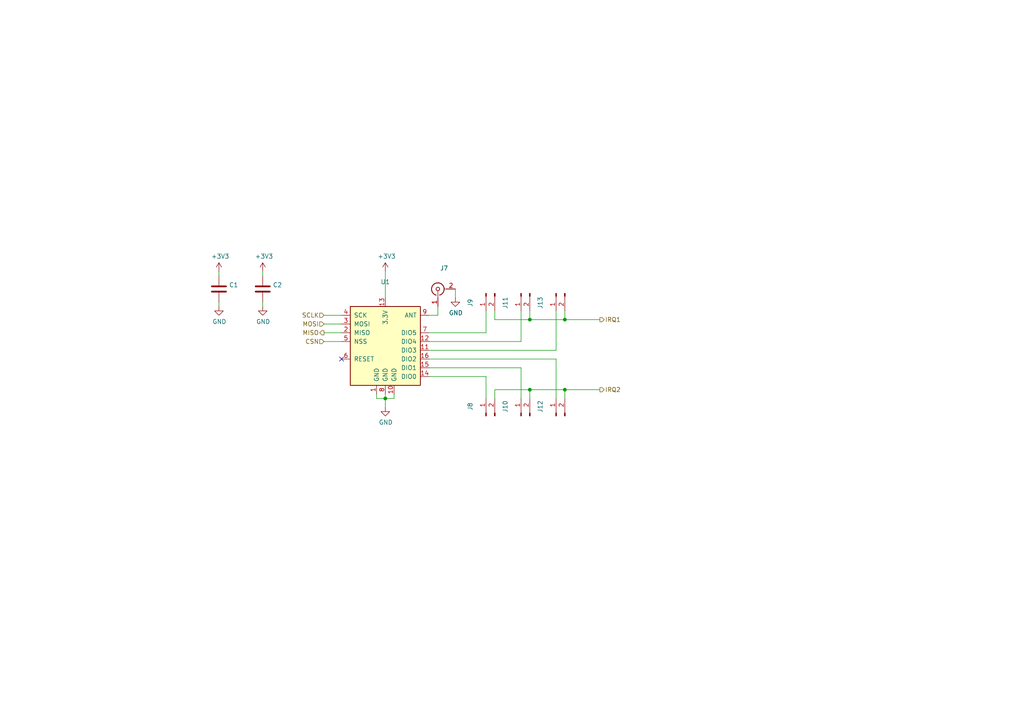
<source format=kicad_sch>
(kicad_sch (version 20211123) (generator eeschema)
  (paper "A4")
  (lib_symbols
    (symbol "Connector:Conn_01x02_Male" (pin_names (offset 1.016) hide)
      (property "Reference" "J" (at 0 2.54 0))
      (property "Value" "Conn_01x02_Male" (at 0 -5.08 0))
      (symbol "Conn_01x02_Male_1_1"
        (polyline (pts (xy 1.27 -2.54) (xy 0.8636 -2.54)) (stroke (width 0.1524)))
        (polyline (pts (xy 1.27 0) (xy 0.8636 0)) (stroke (width 0.1524)))
        (rectangle (start 0.8636 -2.413) (end 0 -2.667) (stroke (width 0.1524)) (fill (type outline)))
        (rectangle (start 0.8636 0.127) (end 0 -0.127) (stroke (width 0.1524)) (fill (type outline)))
        (pin passive line (at 5.08 0 180) (length 3.81) (name "Pin_1") (number "1"))
        (pin passive line (at 5.08 -2.54 180) (length 3.81) (name "Pin_2") (number "2"))
      )
    )
    (symbol "Connector:Conn_Coaxial" (pin_names (offset 1.016) hide)
      (property "Reference" "J" (at 0.254 3.048 0))
      (property "Value" "Conn_Coaxial" (at 2.921 0 90))
      (symbol "Conn_Coaxial_0_1"
        (arc (start -1.778 -0.508) (mid 0.2311 -1.8066) (end 1.778 0) (stroke (width 0.254)))
        (polyline (pts (xy -2.54 0) (xy -0.508 0)))
        (polyline (pts (xy 0 -2.54) (xy 0 -1.778)))
        (circle (center 0 0) (radius 0.508) (stroke (width 0.2032)))
        (arc (start 1.778 0) (mid 0.2099 1.8101) (end -1.778 0.508) (stroke (width 0.254)))
      )
      (symbol "Conn_Coaxial_1_1"
        (pin passive line (at -5.08 0 0) (length 2.54) (name "In") (number "1"))
        (pin passive line (at 0 -5.08 90) (length 2.54) (name "Ext") (number "2"))
      )
    )
    (symbol "Device:C" (pin_numbers hide) (pin_names (offset 0.254))
      (property "Reference" "C" (at 0.635 2.54 0))
      (property "Value" "C" (at 0.635 -2.54 0))
      (symbol "C_0_1"
        (polyline (pts (xy -2.032 -0.762) (xy 2.032 -0.762)) (stroke (width 0.508)))
        (polyline (pts (xy -2.032 0.762) (xy 2.032 0.762)) (stroke (width 0.508)))
      )
      (symbol "C_1_1"
        (pin passive line (at 0 3.81 270) (length 2.794) (name "~") (number "1"))
        (pin passive line (at 0 -3.81 90) (length 2.794) (name "~") (number "2"))
      )
    )
    (symbol "RF_Module:RFM95W-868S2" (pin_names (offset 1.016))
      (property "Reference" "U" (at -10.414 11.684 0))
      (property "Value" "RFM95W-868S2" (at 1.524 11.43 0))
      (symbol "RFM95W-868S2_0_1"
        (rectangle (start -10.16 10.16) (end 10.16 -12.7) (stroke (width 0.254)) (fill (type background)))
      )
      (symbol "RFM95W-868S2_1_1"
        (pin power_in line (at -2.54 -15.24 90) (length 2.54) (name "GND") (number "1"))
        (pin power_in line (at 2.54 -15.24 90) (length 2.54) (name "GND") (number "10"))
        (pin bidirectional line (at 12.7 -2.54 180) (length 2.54) (name "DIO3") (number "11"))
        (pin bidirectional line (at 12.7 0 180) (length 2.54) (name "DIO4") (number "12"))
        (pin power_in line (at 0 12.7 270) (length 2.54) (name "3.3V") (number "13"))
        (pin bidirectional line (at 12.7 -10.16 180) (length 2.54) (name "DIO0") (number "14"))
        (pin bidirectional line (at 12.7 -7.62 180) (length 2.54) (name "DIO1") (number "15"))
        (pin bidirectional line (at 12.7 -5.08 180) (length 2.54) (name "DIO2") (number "16"))
        (pin output line (at -12.7 2.54 0) (length 2.54) (name "MISO") (number "2"))
        (pin input line (at -12.7 5.08 0) (length 2.54) (name "MOSI") (number "3"))
        (pin input line (at -12.7 7.62 0) (length 2.54) (name "SCK") (number "4"))
        (pin input line (at -12.7 0 0) (length 2.54) (name "NSS") (number "5"))
        (pin bidirectional line (at -12.7 -5.08 0) (length 2.54) (name "RESET") (number "6"))
        (pin bidirectional line (at 12.7 2.54 180) (length 2.54) (name "DIO5") (number "7"))
        (pin power_in line (at 0 -15.24 90) (length 2.54) (name "GND") (number "8"))
        (pin bidirectional line (at 12.7 7.62 180) (length 2.54) (name "ANT") (number "9"))
      )
    )
    (symbol "power:+3V3" (power) (pin_names (offset 0))
      (property "Value" "+3V3" (at 0 3.556 0))
      (symbol "+3V3_0_1"
        (polyline (pts (xy -0.762 1.27) (xy 0 2.54)))
        (polyline (pts (xy 0 0) (xy 0 2.54)))
        (polyline (pts (xy 0 2.54) (xy 0.762 1.27)))
      )
      (symbol "+3V3_1_1"
        (pin power_in line (at 0 0 90) (length 0) hide (name "+3V3") (number "1"))
      )
    )
    (symbol "power:GND" (power) (pin_names (offset 0))
      (property "Value" "GND" (at 0 -3.81 0))
      (symbol "GND_0_1"
        (polyline (pts (xy 0 0) (xy 0 -1.27) (xy 1.27 -1.27) (xy 0 -2.54) (xy -1.27 -1.27) (xy 0 -1.27)))
      )
      (symbol "GND_1_1"
        (pin power_in line (at 0 0 270) (length 0) hide (name "GND") (number "1"))
      )
    )
  )
  (junction (at 163.83 92.71))
  (junction (at 111.76 115.57))
  (junction (at 153.67 92.71))
  (junction (at 163.83 113.03))
  (junction (at 153.67 113.03))
  (no_connect (at 99.06 104.14))
  (wire (pts (xy 63.5 80.01) (xy 63.5 78.74)))
  (wire (pts (xy 124.46 109.22) (xy 140.97 109.22)))
  (wire (pts (xy 163.83 92.71) (xy 173.99 92.71)))
  (wire (pts (xy 124.46 99.06) (xy 151.13 99.06)))
  (wire (pts (xy 161.29 115.57) (xy 161.29 104.14)))
  (wire (pts (xy 127 91.44) (xy 127 88.9)))
  (wire (pts (xy 93.98 93.98) (xy 99.06 93.98)))
  (wire (pts (xy 111.76 86.36) (xy 111.76 78.74)))
  (wire (pts (xy 63.5 88.9) (xy 63.5 87.63)))
  (wire (pts (xy 151.13 106.68) (xy 151.13 115.57)))
  (wire (pts (xy 93.98 91.44) (xy 99.06 91.44)))
  (wire (pts (xy 153.67 90.17) (xy 153.67 92.71)))
  (wire (pts (xy 151.13 99.06) (xy 151.13 90.17)))
  (wire (pts (xy 143.51 90.17) (xy 143.51 92.71)))
  (wire (pts (xy 163.83 113.03) (xy 173.99 113.03)))
  (wire (pts (xy 124.46 106.68) (xy 151.13 106.68)))
  (wire (pts (xy 124.46 104.14) (xy 161.29 104.14)))
  (wire (pts (xy 140.97 109.22) (xy 140.97 115.57)))
  (wire (pts (xy 143.51 115.57) (xy 143.51 113.03)))
  (wire (pts (xy 163.83 90.17) (xy 163.83 92.71)))
  (wire (pts (xy 140.97 96.52) (xy 140.97 90.17)))
  (wire (pts (xy 114.3 114.3) (xy 114.3 115.57)))
  (wire (pts (xy 109.22 114.3) (xy 109.22 115.57)))
  (wire (pts (xy 109.22 115.57) (xy 111.76 115.57)))
  (wire (pts (xy 124.46 91.44) (xy 127 91.44)))
  (wire (pts (xy 161.29 101.6) (xy 161.29 90.17)))
  (wire (pts (xy 76.2 80.01) (xy 76.2 78.74)))
  (wire (pts (xy 143.51 113.03) (xy 153.67 113.03)))
  (wire (pts (xy 111.76 114.3) (xy 111.76 115.57)))
  (wire (pts (xy 111.76 115.57) (xy 111.76 118.11)))
  (wire (pts (xy 124.46 101.6) (xy 161.29 101.6)))
  (wire (pts (xy 153.67 115.57) (xy 153.67 113.03)))
  (wire (pts (xy 93.98 99.06) (xy 99.06 99.06)))
  (wire (pts (xy 132.08 86.36) (xy 132.08 83.82)))
  (wire (pts (xy 163.83 115.57) (xy 163.83 113.03)))
  (wire (pts (xy 114.3 115.57) (xy 111.76 115.57)))
  (wire (pts (xy 153.67 92.71) (xy 163.83 92.71)))
  (wire (pts (xy 93.98 96.52) (xy 99.06 96.52)))
  (wire (pts (xy 143.51 92.71) (xy 153.67 92.71)))
  (wire (pts (xy 76.2 88.9) (xy 76.2 87.63)))
  (wire (pts (xy 153.67 113.03) (xy 163.83 113.03)))
  (wire (pts (xy 124.46 96.52) (xy 140.97 96.52)))
  (hierarchical_label "IRQ1" (shape output) (at 173.99 92.71 0))
  (hierarchical_label "MISO" (shape output) (at 93.98 96.52 180))
  (hierarchical_label "CSN" (shape input) (at 93.98 99.06 180))
  (hierarchical_label "SCLK" (shape input) (at 93.98 91.44 180))
  (hierarchical_label "MOSI" (shape input) (at 93.98 93.98 180))
  (hierarchical_label "IRQ2" (shape output) (at 173.99 113.03 0))
  (symbol (lib_id "RF_Module:RFM95W-868S2") (at 111.76 99.06 0) (unit 1)
    (property "Reference" "U1" (at 111.76 81.7626 0))
    (property "Datasheet" "https://www.hoperf.com/data/upload/portal/20181127/5bfcbea20e9ef.pdf" (effects hide))
  )
  (symbol (lib_id "power:+3V3") (at 111.76 78.74 0) (unit 1)
    (property "Reference" "#PWR020" (effects hide))
  )
  (symbol (lib_id "power:GND") (at 111.76 118.11 0) (unit 1)
    (property "Reference" "#PWR021" (effects hide))
  )
  (symbol (lib_id "Connector:Conn_01x02_Male") (at 140.97 85.09 90) (mirror x) (unit 1)
    (property "Reference" "J9" (at 136.3726 87.8332 0))
  )
  (symbol (lib_id "Connector:Conn_01x02_Male") (at 151.13 85.09 90) (mirror x) (unit 1)
    (property "Reference" "J11" (at 146.5326 87.8332 0))
  )
  (symbol (lib_id "Connector:Conn_01x02_Male") (at 140.97 120.65 90) (unit 1)
    (property "Reference" "J8" (at 136.3726 117.9068 0))
  )
  (symbol (lib_id "Connector:Conn_01x02_Male") (at 151.13 120.65 90) (unit 1)
    (property "Reference" "J10" (at 146.5326 117.9068 0))
  )
  (symbol (lib_id "Connector:Conn_01x02_Male") (at 161.29 85.09 90) (mirror x) (unit 1)
    (property "Reference" "J13" (at 156.6926 87.8332 0))
  )
  (symbol (lib_id "Connector:Conn_01x02_Male") (at 161.29 120.65 90) (unit 1)
    (property "Reference" "J12" (at 156.6926 117.9068 0))
  )
  (symbol (lib_id "Connector:Conn_Coaxial") (at 127 83.82 90) (unit 1)
    (property "Reference" "J7" (at 128.8034 77.8002 90))
    (property "Datasheet" "https://datasheet.lcsc.com/szlcsc/1811091710_HRS-Hirose-U-FL-R-SMT-1-80_C88374.pdf" (effects hide))
    (property "LCSC" "C88374" (effects hide))
  )
  (symbol (lib_id "power:+3V3") (at 76.2 78.74 0) (unit 1)
    (property "Reference" "#PWR018" (effects hide))
  )
  (symbol (lib_id "power:GND") (at 132.08 86.36 0) (unit 1)
    (property "Reference" "#PWR022" (effects hide))
  )
  (symbol (lib_id "power:GND") (at 76.2 88.9 0) (unit 1)
    (property "Reference" "#PWR019" (effects hide))
  )
  (symbol (lib_id "Device:C") (at 76.2 83.82 0) (unit 1)
    (property "Reference" "C2" (at 79.121 82.6516 0) (effects (justify left)))
    (property "LCSC" "C14663" (effects hide))
  )
  (symbol (lib_id "power:GND") (at 63.5 88.9 0) (unit 1)
    (property "Reference" "#PWR017" (effects hide))
  )
  (symbol (lib_id "power:+3V3") (at 63.5 78.74 0) (unit 1)
    (property "Reference" "#PWR016" (effects hide))
  )
  (symbol (lib_id "Device:C") (at 63.5 83.82 0) (unit 1)
    (property "Reference" "C1" (at 66.421 82.6516 0) (effects (justify left)))
    (property "LCSC" "C15849" (effects hide))
  )
)
</source>
